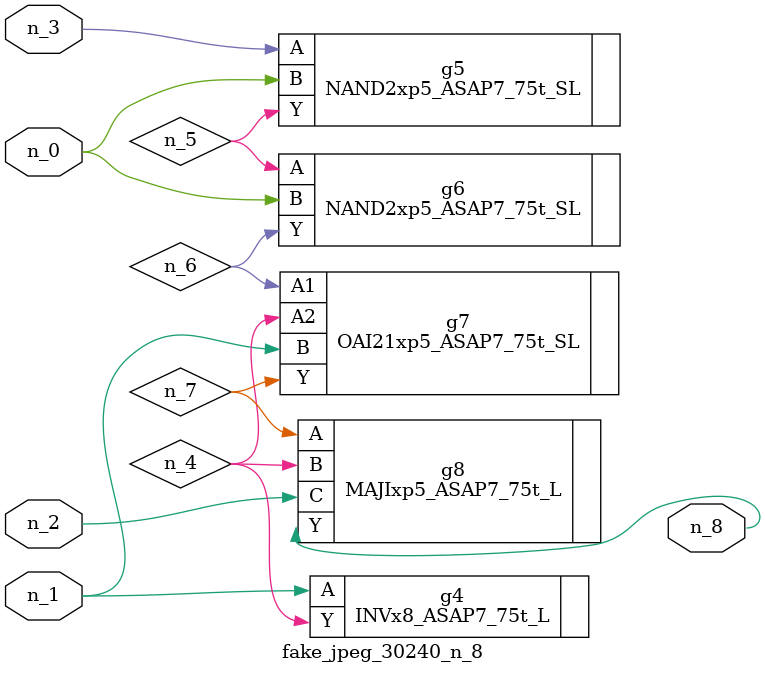
<source format=v>
module fake_jpeg_30240_n_8 (n_0, n_3, n_2, n_1, n_8);

input n_0;
input n_3;
input n_2;
input n_1;

output n_8;

wire n_4;
wire n_6;
wire n_5;
wire n_7;

INVx8_ASAP7_75t_L g4 ( 
.A(n_1),
.Y(n_4)
);

NAND2xp5_ASAP7_75t_SL g5 ( 
.A(n_3),
.B(n_0),
.Y(n_5)
);

NAND2xp5_ASAP7_75t_SL g6 ( 
.A(n_5),
.B(n_0),
.Y(n_6)
);

OAI21xp5_ASAP7_75t_SL g7 ( 
.A1(n_6),
.A2(n_4),
.B(n_1),
.Y(n_7)
);

MAJIxp5_ASAP7_75t_L g8 ( 
.A(n_7),
.B(n_4),
.C(n_2),
.Y(n_8)
);


endmodule
</source>
